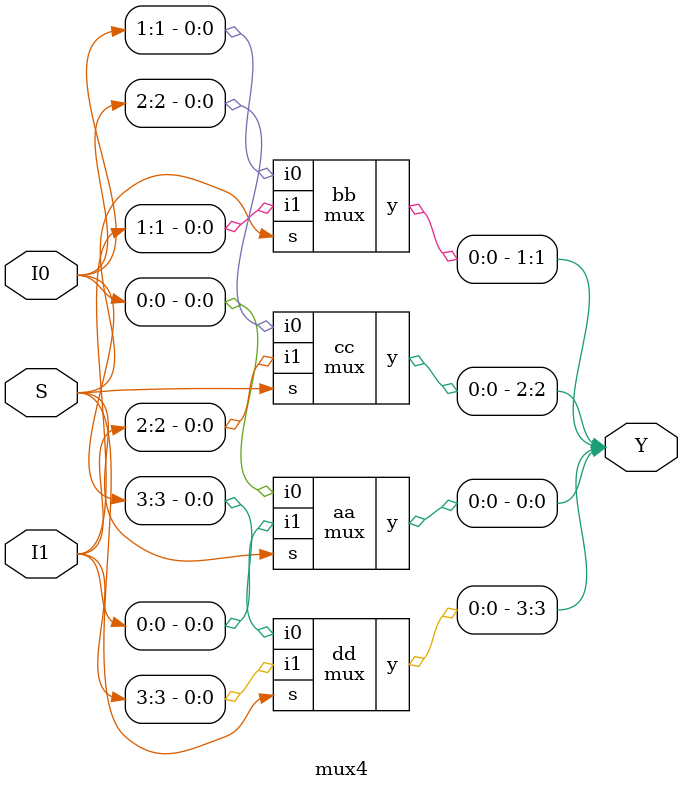
<source format=v>
module mux (y,s,i1,i0); 
input i1,i0,s; 
output y; 
wire sbar,p1,p2,y; 
not G1 (sbar,s); 
and G2 (p1,sbar,i0); 
and G3 (p2,s,i1); 
or G4 (y,p1,p2); 
endmodule 


module mux4 (Y,S,I1,I0);
  input [3:0] I1,I0;
  output [3:0] Y;
  input S;
  wire [3:0]Y;
  
  mux aa (Y[0],S,I1[0],I0[0]);
  mux bb (Y[1],S,I1[1],I0[1]);
  mux cc (Y[2],S,I1[2],I0[2]);
  mux dd (Y[3],S,I1[3],I0[3]);
  
endmodule




  
</source>
